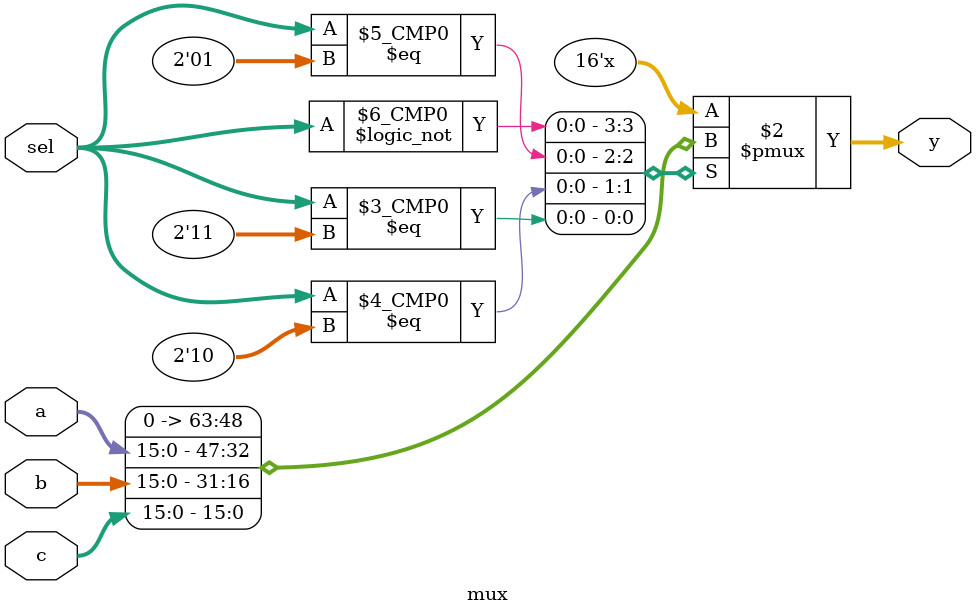
<source format=v>
`timescale 1ns / 1ps

module mux(
    input [15:0] a,b,c,
    input [1:0] sel,
    output reg [15:0] y
    );
    
    always @(*) begin
        case(sel)
            2'b00: begin
                y = 'd0;
            end
            2'b01: begin
                y = a;
            end
            2'b10: begin
                y = b;
            end
            2'b11: begin
                y = c;
            end
            default: begin
                y = a;
            end
        endcase
    end
endmodule

</source>
